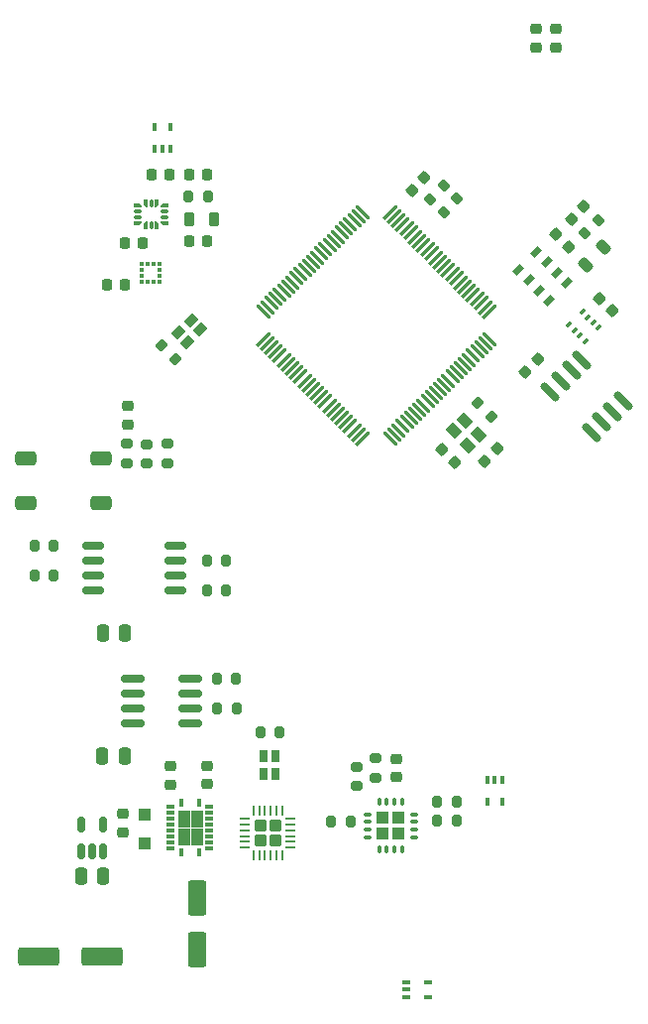
<source format=gbr>
%TF.GenerationSoftware,KiCad,Pcbnew,(6.0.9)*%
%TF.CreationDate,2022-10-31T13:49:50+01:00*%
%TF.ProjectId,marvin_fc_board,6d617276-696e-45f6-9663-5f626f617264,rev?*%
%TF.SameCoordinates,Original*%
%TF.FileFunction,Paste,Top*%
%TF.FilePolarity,Positive*%
%FSLAX46Y46*%
G04 Gerber Fmt 4.6, Leading zero omitted, Abs format (unit mm)*
G04 Created by KiCad (PCBNEW (6.0.9)) date 2022-10-31 13:49:50*
%MOMM*%
%LPD*%
G01*
G04 APERTURE LIST*
G04 Aperture macros list*
%AMRoundRect*
0 Rectangle with rounded corners*
0 $1 Rounding radius*
0 $2 $3 $4 $5 $6 $7 $8 $9 X,Y pos of 4 corners*
0 Add a 4 corners polygon primitive as box body*
4,1,4,$2,$3,$4,$5,$6,$7,$8,$9,$2,$3,0*
0 Add four circle primitives for the rounded corners*
1,1,$1+$1,$2,$3*
1,1,$1+$1,$4,$5*
1,1,$1+$1,$6,$7*
1,1,$1+$1,$8,$9*
0 Add four rect primitives between the rounded corners*
20,1,$1+$1,$2,$3,$4,$5,0*
20,1,$1+$1,$4,$5,$6,$7,0*
20,1,$1+$1,$6,$7,$8,$9,0*
20,1,$1+$1,$8,$9,$2,$3,0*%
%AMRotRect*
0 Rectangle, with rotation*
0 The origin of the aperture is its center*
0 $1 length*
0 $2 width*
0 $3 Rotation angle, in degrees counterclockwise*
0 Add horizontal line*
21,1,$1,$2,0,0,$3*%
%AMFreePoly0*
4,1,48,0.036020,0.199191,0.037970,0.199714,0.040958,0.198321,0.057086,0.195477,0.069630,0.184951,0.084467,0.178033,0.290533,-0.028033,0.293203,-0.031847,0.294953,-0.032857,0.296081,-0.035957,0.305473,-0.049370,0.306900,-0.065680,0.312500,-0.081066,0.312500,-0.125000,0.310782,-0.134742,0.311361,-0.138024,0.309695,-0.140910,0.307977,-0.150652,0.295451,-0.165579,0.285709,-0.182453,
0.279350,-0.184767,0.275000,-0.189952,0.255809,-0.193336,0.237500,-0.200000,-0.237500,-0.200000,-0.247242,-0.198282,-0.250524,-0.198861,-0.253410,-0.197195,-0.263152,-0.195477,-0.278079,-0.182951,-0.294953,-0.173209,-0.297267,-0.166850,-0.302452,-0.162500,-0.305836,-0.143309,-0.312500,-0.125000,-0.312500,0.125000,-0.310782,0.134742,-0.311361,0.138024,-0.309695,0.140910,-0.307977,0.150652,
-0.295451,0.165579,-0.285709,0.182453,-0.279350,0.184767,-0.275000,0.189952,-0.255809,0.193336,-0.237500,0.200000,0.031434,0.200000,0.036020,0.199191,0.036020,0.199191,$1*%
%AMFreePoly1*
4,1,48,0.247242,0.198282,0.250524,0.198861,0.253410,0.197195,0.263152,0.195477,0.278079,0.182951,0.294953,0.173209,0.297267,0.166850,0.302452,0.162500,0.305836,0.143309,0.312500,0.125000,0.312500,0.081066,0.311691,0.076480,0.312214,0.074529,0.310820,0.071540,0.307977,0.055414,0.297452,0.042871,0.290533,0.028033,0.084467,-0.178033,0.080653,-0.180703,0.079643,-0.182453,
0.076543,-0.183581,0.063130,-0.192973,0.046819,-0.194400,0.031434,-0.200000,-0.237500,-0.200000,-0.247242,-0.198282,-0.250524,-0.198861,-0.253410,-0.197195,-0.263152,-0.195477,-0.278079,-0.182951,-0.294953,-0.173209,-0.297267,-0.166850,-0.302452,-0.162500,-0.305836,-0.143309,-0.312500,-0.125000,-0.312500,0.125000,-0.310782,0.134742,-0.311361,0.138024,-0.309695,0.140910,-0.307977,0.150652,
-0.295451,0.165579,-0.285709,0.182453,-0.279350,0.184767,-0.275000,0.189952,-0.255809,0.193336,-0.237500,0.200000,0.237500,0.200000,0.247242,0.198282,0.247242,0.198282,$1*%
%AMFreePoly2*
4,1,48,0.134742,0.310782,0.138024,0.311361,0.140910,0.309695,0.150652,0.307977,0.165579,0.295451,0.182453,0.285709,0.184767,0.279350,0.189952,0.275000,0.193336,0.255809,0.200000,0.237500,0.200000,-0.237500,0.198282,-0.247242,0.198861,-0.250524,0.197195,-0.253410,0.195477,-0.263152,0.182951,-0.278079,0.173209,-0.294953,0.166850,-0.297267,0.162500,-0.302452,0.143309,-0.305836,
0.125000,-0.312500,-0.125000,-0.312500,-0.134742,-0.310782,-0.138024,-0.311361,-0.140910,-0.309695,-0.150652,-0.307977,-0.165579,-0.295451,-0.182453,-0.285709,-0.184767,-0.279350,-0.189952,-0.275000,-0.193336,-0.255809,-0.200000,-0.237500,-0.200000,0.031434,-0.199191,0.036020,-0.199714,0.037970,-0.198321,0.040958,-0.195477,0.057086,-0.184951,0.069630,-0.178033,0.084467,0.028033,0.290533,
0.031847,0.293203,0.032857,0.294953,0.035957,0.296081,0.049370,0.305473,0.065680,0.306900,0.081066,0.312500,0.125000,0.312500,0.134742,0.310782,0.134742,0.310782,$1*%
%AMFreePoly3*
4,1,48,-0.076480,0.311691,-0.074530,0.312214,-0.071542,0.310821,-0.055414,0.307977,-0.042870,0.297451,-0.028033,0.290533,0.178033,0.084467,0.180703,0.080653,0.182453,0.079643,0.183581,0.076543,0.192973,0.063130,0.194400,0.046820,0.200000,0.031434,0.200000,-0.237500,0.198282,-0.247242,0.198861,-0.250524,0.197195,-0.253410,0.195477,-0.263152,0.182951,-0.278079,0.173209,-0.294953,
0.166850,-0.297267,0.162500,-0.302452,0.143309,-0.305836,0.125000,-0.312500,-0.125000,-0.312500,-0.134742,-0.310782,-0.138024,-0.311361,-0.140910,-0.309695,-0.150652,-0.307977,-0.165579,-0.295451,-0.182453,-0.285709,-0.184767,-0.279350,-0.189952,-0.275000,-0.193336,-0.255809,-0.200000,-0.237500,-0.200000,0.237500,-0.198282,0.247242,-0.198861,0.250524,-0.197195,0.253410,-0.195477,0.263152,
-0.182951,0.278079,-0.173209,0.294953,-0.166850,0.297267,-0.162500,0.302452,-0.143309,0.305836,-0.125000,0.312500,-0.081066,0.312500,-0.076480,0.311691,-0.076480,0.311691,$1*%
%AMFreePoly4*
4,1,48,0.247242,0.198282,0.250524,0.198861,0.253410,0.197195,0.263152,0.195477,0.278079,0.182951,0.294953,0.173209,0.297267,0.166850,0.302452,0.162500,0.305836,0.143309,0.312500,0.125000,0.312500,-0.125000,0.310782,-0.134742,0.311361,-0.138024,0.309695,-0.140910,0.307977,-0.150652,0.295451,-0.165579,0.285709,-0.182453,0.279350,-0.184767,0.275000,-0.189952,0.255809,-0.193336,
0.237500,-0.200000,-0.031434,-0.200000,-0.036020,-0.199191,-0.037971,-0.199714,-0.040960,-0.198320,-0.057086,-0.195477,-0.069629,-0.184952,-0.084467,-0.178033,-0.290533,0.028033,-0.293203,0.031847,-0.294953,0.032857,-0.296081,0.035957,-0.305473,0.049370,-0.306900,0.065681,-0.312500,0.081066,-0.312500,0.125000,-0.310782,0.134742,-0.311361,0.138024,-0.309695,0.140910,-0.307977,0.150652,
-0.295451,0.165579,-0.285709,0.182453,-0.279350,0.184767,-0.275000,0.189952,-0.255809,0.193336,-0.237500,0.200000,0.237500,0.200000,0.247242,0.198282,0.247242,0.198282,$1*%
%AMFreePoly5*
4,1,48,0.247242,0.198282,0.250524,0.198861,0.253410,0.197195,0.263152,0.195477,0.278079,0.182951,0.294953,0.173209,0.297267,0.166850,0.302452,0.162500,0.305836,0.143309,0.312500,0.125000,0.312500,-0.125000,0.310782,-0.134742,0.311361,-0.138024,0.309695,-0.140910,0.307977,-0.150652,0.295451,-0.165579,0.285709,-0.182453,0.279350,-0.184767,0.275000,-0.189952,0.255809,-0.193336,
0.237500,-0.200000,-0.237500,-0.200000,-0.247242,-0.198282,-0.250524,-0.198861,-0.253410,-0.197195,-0.263152,-0.195477,-0.278079,-0.182951,-0.294953,-0.173209,-0.297267,-0.166850,-0.302452,-0.162500,-0.305836,-0.143309,-0.312500,-0.125000,-0.312500,-0.081066,-0.311691,-0.076480,-0.312214,-0.074530,-0.310821,-0.071542,-0.307977,-0.055414,-0.297451,-0.042870,-0.290533,-0.028033,-0.084467,0.178033,
-0.080653,0.180703,-0.079643,0.182453,-0.076543,0.183581,-0.063130,0.192973,-0.046820,0.194400,-0.031434,0.200000,0.237500,0.200000,0.247242,0.198282,0.247242,0.198282,$1*%
%AMFreePoly6*
4,1,48,0.134742,0.310782,0.138024,0.311361,0.140910,0.309695,0.150652,0.307977,0.165579,0.295451,0.182453,0.285709,0.184767,0.279350,0.189952,0.275000,0.193336,0.255809,0.200000,0.237500,0.200000,-0.031434,0.199191,-0.036020,0.199714,-0.037971,0.198320,-0.040960,0.195477,-0.057086,0.184952,-0.069629,0.178033,-0.084467,-0.028033,-0.290533,-0.031847,-0.293203,-0.032857,-0.294953,
-0.035957,-0.296081,-0.049370,-0.305473,-0.065681,-0.306900,-0.081066,-0.312500,-0.125000,-0.312500,-0.134742,-0.310782,-0.138024,-0.311361,-0.140910,-0.309695,-0.150652,-0.307977,-0.165579,-0.295451,-0.182453,-0.285709,-0.184767,-0.279350,-0.189952,-0.275000,-0.193336,-0.255809,-0.200000,-0.237500,-0.200000,0.237500,-0.198282,0.247242,-0.198861,0.250524,-0.197195,0.253410,-0.195477,0.263152,
-0.182951,0.278079,-0.173209,0.294953,-0.166850,0.297267,-0.162500,0.302452,-0.143309,0.305836,-0.125000,0.312500,0.125000,0.312500,0.134742,0.310782,0.134742,0.310782,$1*%
%AMFreePoly7*
4,1,48,0.134742,0.310782,0.138024,0.311361,0.140910,0.309695,0.150652,0.307977,0.165579,0.295451,0.182453,0.285709,0.184767,0.279350,0.189952,0.275000,0.193336,0.255809,0.200000,0.237500,0.200000,-0.237500,0.198282,-0.247242,0.198861,-0.250524,0.197195,-0.253410,0.195477,-0.263152,0.182951,-0.278079,0.173209,-0.294953,0.166850,-0.297267,0.162500,-0.302452,0.143309,-0.305836,
0.125000,-0.312500,0.081066,-0.312500,0.076480,-0.311691,0.074529,-0.312214,0.071540,-0.310820,0.055414,-0.307977,0.042871,-0.297452,0.028033,-0.290533,-0.178033,-0.084467,-0.180703,-0.080653,-0.182453,-0.079643,-0.183581,-0.076543,-0.192973,-0.063130,-0.194400,-0.046819,-0.200000,-0.031434,-0.200000,0.237500,-0.198282,0.247242,-0.198861,0.250524,-0.197195,0.253410,-0.195477,0.263152,
-0.182951,0.278079,-0.173209,0.294953,-0.166850,0.297267,-0.162500,0.302452,-0.143309,0.305836,-0.125000,0.312500,0.125000,0.312500,0.134742,0.310782,0.134742,0.310782,$1*%
G04 Aperture macros list end*
%ADD10C,0.010000*%
%ADD11RoundRect,0.225000X-0.250000X0.225000X-0.250000X-0.225000X0.250000X-0.225000X0.250000X0.225000X0*%
%ADD12RoundRect,0.300000X-0.600000X-0.300000X0.600000X-0.300000X0.600000X0.300000X-0.600000X0.300000X0*%
%ADD13RoundRect,0.300450X-0.600149X-0.300449X0.600149X-0.300449X0.600149X0.300449X-0.600149X0.300449X0*%
%ADD14RoundRect,0.225000X-0.335876X-0.017678X-0.017678X-0.335876X0.335876X0.017678X0.017678X0.335876X0*%
%ADD15RoundRect,0.225000X0.335876X0.017678X0.017678X0.335876X-0.335876X-0.017678X-0.017678X-0.335876X0*%
%ADD16RoundRect,0.200000X-0.053033X0.335876X-0.335876X0.053033X0.053033X-0.335876X0.335876X-0.053033X0*%
%ADD17RoundRect,0.225000X0.017678X-0.335876X0.335876X-0.017678X-0.017678X0.335876X-0.335876X0.017678X0*%
%ADD18R,1.090000X1.090000*%
%ADD19O,0.350000X0.800000*%
%ADD20O,0.800000X0.350000*%
%ADD21RoundRect,0.200000X0.200000X0.275000X-0.200000X0.275000X-0.200000X-0.275000X0.200000X-0.275000X0*%
%ADD22RoundRect,0.200000X-0.275000X0.200000X-0.275000X-0.200000X0.275000X-0.200000X0.275000X0.200000X0*%
%ADD23RoundRect,0.218750X-0.256250X0.218750X-0.256250X-0.218750X0.256250X-0.218750X0.256250X0.218750X0*%
%ADD24RoundRect,0.200000X-0.200000X-0.275000X0.200000X-0.275000X0.200000X0.275000X-0.200000X0.275000X0*%
%ADD25R,0.400000X0.650000*%
%ADD26RoundRect,0.225000X0.250000X-0.225000X0.250000X0.225000X-0.250000X0.225000X-0.250000X-0.225000X0*%
%ADD27RoundRect,0.218750X0.218750X0.381250X-0.218750X0.381250X-0.218750X-0.381250X0.218750X-0.381250X0*%
%ADD28RoundRect,0.150000X-0.800000X-0.150000X0.800000X-0.150000X0.800000X0.150000X-0.800000X0.150000X0*%
%ADD29RoundRect,0.250000X-0.550000X1.250000X-0.550000X-1.250000X0.550000X-1.250000X0.550000X1.250000X0*%
%ADD30RoundRect,0.150000X-0.689429X0.477297X0.477297X-0.689429X0.689429X-0.477297X-0.477297X0.689429X0*%
%ADD31RoundRect,0.225000X-0.225000X-0.250000X0.225000X-0.250000X0.225000X0.250000X-0.225000X0.250000X0*%
%ADD32RoundRect,0.002400X-0.117600X-0.297600X0.117600X-0.297600X0.117600X0.297600X-0.117600X0.297600X0*%
%ADD33RoundRect,0.002400X-0.297600X-0.117600X0.297600X-0.117600X0.297600X0.117600X-0.297600X0.117600X0*%
%ADD34RotRect,1.100000X0.900000X315.000000*%
%ADD35R,0.375000X0.350000*%
%ADD36R,0.350000X0.375000*%
%ADD37RotRect,0.500000X0.350000X225.000000*%
%ADD38RotRect,1.000000X0.800000X45.000000*%
%ADD39RoundRect,0.200000X0.335876X0.053033X0.053033X0.335876X-0.335876X-0.053033X-0.053033X-0.335876X0*%
%ADD40RoundRect,0.250000X-0.250000X-0.475000X0.250000X-0.475000X0.250000X0.475000X-0.250000X0.475000X0*%
%ADD41RoundRect,0.150000X0.150000X-0.512500X0.150000X0.512500X-0.150000X0.512500X-0.150000X-0.512500X0*%
%ADD42R,1.000000X1.000000*%
%ADD43FreePoly0,0.000000*%
%ADD44RoundRect,0.100000X-0.212500X-0.100000X0.212500X-0.100000X0.212500X0.100000X-0.212500X0.100000X0*%
%ADD45FreePoly1,0.000000*%
%ADD46FreePoly2,0.000000*%
%ADD47RoundRect,0.100000X-0.100000X-0.212500X0.100000X-0.212500X0.100000X0.212500X-0.100000X0.212500X0*%
%ADD48FreePoly3,0.000000*%
%ADD49FreePoly4,0.000000*%
%ADD50FreePoly5,0.000000*%
%ADD51FreePoly6,0.000000*%
%ADD52FreePoly7,0.000000*%
%ADD53RoundRect,0.218750X-0.114905X0.424264X-0.424264X0.114905X0.114905X-0.424264X0.424264X-0.114905X0*%
%ADD54RoundRect,0.200000X0.053033X-0.335876X0.335876X-0.053033X-0.053033X0.335876X-0.335876X0.053033X0*%
%ADD55RoundRect,0.250000X1.500000X0.550000X-1.500000X0.550000X-1.500000X-0.550000X1.500000X-0.550000X0*%
%ADD56RoundRect,0.225000X-0.017678X0.335876X-0.335876X0.017678X0.017678X-0.335876X0.335876X-0.017678X0*%
%ADD57RoundRect,0.225000X0.225000X0.250000X-0.225000X0.250000X-0.225000X-0.250000X0.225000X-0.250000X0*%
%ADD58R,0.800000X1.000000*%
%ADD59RoundRect,0.075000X0.565685X-0.459619X-0.459619X0.565685X-0.565685X0.459619X0.459619X-0.565685X0*%
%ADD60RoundRect,0.075000X0.565685X0.459619X0.459619X0.565685X-0.565685X-0.459619X-0.459619X-0.565685X0*%
%ADD61RoundRect,0.250000X-0.275000X-0.275000X0.275000X-0.275000X0.275000X0.275000X-0.275000X0.275000X0*%
%ADD62RoundRect,0.062500X-0.350000X-0.062500X0.350000X-0.062500X0.350000X0.062500X-0.350000X0.062500X0*%
%ADD63RoundRect,0.062500X-0.062500X-0.350000X0.062500X-0.350000X0.062500X0.350000X-0.062500X0.350000X0*%
%ADD64RotRect,0.950000X0.550000X225.000000*%
%ADD65RoundRect,0.150000X0.825000X0.150000X-0.825000X0.150000X-0.825000X-0.150000X0.825000X-0.150000X0*%
%ADD66R,0.650000X0.400000*%
G04 APERTURE END LIST*
%TO.C,U10*%
G36*
X110773400Y-131491500D02*
G01*
X109853400Y-131491500D01*
X109853400Y-130161500D01*
X110773400Y-130161500D01*
X110773400Y-131491500D01*
G37*
D10*
X110773400Y-131491500D02*
X109853400Y-131491500D01*
X109853400Y-130161500D01*
X110773400Y-130161500D01*
X110773400Y-131491500D01*
G36*
X109653400Y-129951500D02*
G01*
X108733400Y-129951500D01*
X108733400Y-128621500D01*
X109653400Y-128621500D01*
X109653400Y-129951500D01*
G37*
X109653400Y-129951500D02*
X108733400Y-129951500D01*
X108733400Y-128621500D01*
X109653400Y-128621500D01*
X109653400Y-129951500D01*
G36*
X109653400Y-131491500D02*
G01*
X108733400Y-131491500D01*
X108733400Y-130161500D01*
X109653400Y-130161500D01*
X109653400Y-131491500D01*
G37*
X109653400Y-131491500D02*
X108733400Y-131491500D01*
X108733400Y-130161500D01*
X109653400Y-130161500D01*
X109653400Y-131491500D01*
G36*
X110773400Y-129951500D02*
G01*
X109853400Y-129951500D01*
X109853400Y-128621500D01*
X110773400Y-128621500D01*
X110773400Y-129951500D01*
G37*
X110773400Y-129951500D02*
X109853400Y-129951500D01*
X109853400Y-128621500D01*
X110773400Y-128621500D01*
X110773400Y-129951500D01*
%TD*%
D11*
%TO.C,C17*%
X104013000Y-128892000D03*
X104013000Y-130442000D03*
%TD*%
D12*
%TO.C,SW1*%
X102140000Y-98600000D03*
X95740000Y-102400000D03*
D13*
X95740000Y-98600000D03*
D12*
X102140000Y-102400000D03*
%TD*%
D14*
%TO.C,C13*%
X144753862Y-84890506D03*
X145849878Y-85986522D03*
%TD*%
D15*
%TO.C,C1*%
X132399408Y-98871408D03*
X131303392Y-97775392D03*
%TD*%
D16*
%TO.C,R38*%
X132587163Y-76378637D03*
X131420437Y-77545363D03*
%TD*%
D17*
%TO.C,C2*%
X134910192Y-98795208D03*
X136006208Y-97699192D03*
%TD*%
D18*
%TO.C,U8*%
X127573400Y-129220600D03*
X127573400Y-130570600D03*
X126223400Y-130570600D03*
X126223400Y-129220600D03*
D19*
X127873400Y-127895600D03*
X127223400Y-127895600D03*
X126573400Y-127895600D03*
X125923400Y-127895600D03*
D20*
X124898400Y-128920600D03*
X124898400Y-129570600D03*
X124898400Y-130220600D03*
X124898400Y-130870600D03*
D19*
X125923400Y-131895600D03*
X126573400Y-131895600D03*
X127223400Y-131895600D03*
X127873400Y-131895600D03*
D20*
X128898400Y-130870600D03*
X128898400Y-130220600D03*
X128898400Y-129570600D03*
X128898400Y-128920600D03*
%TD*%
D21*
%TO.C,R24*%
X132549400Y-129489200D03*
X130899400Y-129489200D03*
%TD*%
D22*
%TO.C,R28*%
X124002800Y-124854200D03*
X124002800Y-126504200D03*
%TD*%
D16*
%TO.C,R37*%
X131470400Y-75260200D03*
X130303674Y-76426926D03*
%TD*%
D23*
%TO.C,F1*%
X141000000Y-61912500D03*
X141000000Y-63487500D03*
%TD*%
D24*
%TO.C,R44*%
X111174800Y-107296600D03*
X112824800Y-107296600D03*
%TD*%
D25*
%TO.C,U18*%
X106741200Y-72146200D03*
X107391200Y-72146200D03*
X108041200Y-72146200D03*
X108041200Y-70246200D03*
X106741200Y-70246200D03*
%TD*%
D26*
%TO.C,C22*%
X127355600Y-125743000D03*
X127355600Y-124193000D03*
%TD*%
D27*
%TO.C,FB1*%
X111785000Y-78120000D03*
X109660000Y-78120000D03*
%TD*%
D24*
%TO.C,R40*%
X96442800Y-108566600D03*
X98092800Y-108566600D03*
%TD*%
D15*
%TO.C,C32*%
X142109878Y-80546522D03*
X141013862Y-79450506D03*
%TD*%
D28*
%TO.C,U13*%
X101514800Y-106026600D03*
X101514800Y-107296600D03*
X101514800Y-108566600D03*
X101514800Y-109836600D03*
X108514800Y-109836600D03*
X108514800Y-108566600D03*
X108514800Y-107296600D03*
X108514800Y-106026600D03*
%TD*%
D22*
%TO.C,R7*%
X107790000Y-97335000D03*
X107790000Y-98985000D03*
%TD*%
D29*
%TO.C,C19*%
X110363000Y-136103000D03*
X110363000Y-140503000D03*
%TD*%
D30*
%TO.C,U11*%
X143233949Y-90171672D03*
X142335924Y-91069698D03*
X141437898Y-91967724D03*
X140539872Y-92865749D03*
X144040051Y-96365928D03*
X144938076Y-95467902D03*
X145836102Y-94569876D03*
X146734128Y-93671851D03*
%TD*%
D22*
%TO.C,R26*%
X125571000Y-124155200D03*
X125571000Y-125805200D03*
%TD*%
D31*
%TO.C,C11*%
X106465000Y-74370000D03*
X108015000Y-74370000D03*
%TD*%
D32*
%TO.C,U10*%
X109003400Y-127906500D03*
D33*
X108103400Y-128306500D03*
X108103400Y-128806500D03*
X108103400Y-129306500D03*
X108103400Y-129806500D03*
X108103400Y-130306500D03*
X108103400Y-130806500D03*
X108103400Y-131306500D03*
X108103400Y-131806500D03*
D32*
X109003400Y-132206500D03*
X110503400Y-132206500D03*
D33*
X111403400Y-131806500D03*
X111403400Y-131306500D03*
X111403400Y-130806500D03*
X111403400Y-130306500D03*
X111403400Y-129806500D03*
X111403400Y-129306500D03*
X111403400Y-128806500D03*
X111403400Y-128306500D03*
D32*
X110503400Y-127906500D03*
%TD*%
D34*
%TO.C,Y1*%
X132289340Y-96226179D03*
X133491421Y-97428260D03*
X134410660Y-96509021D03*
X133208579Y-95306940D03*
%TD*%
D22*
%TO.C,R8*%
X106030000Y-97345000D03*
X106030000Y-98995000D03*
%TD*%
D24*
%TO.C,R32*%
X115750400Y-121905600D03*
X117400400Y-121905600D03*
%TD*%
D35*
%TO.C,U4*%
X105638100Y-82003200D03*
X105638100Y-82503200D03*
X105638100Y-83003200D03*
X105638100Y-83503200D03*
D36*
X106150600Y-83515700D03*
X106650600Y-83515700D03*
D35*
X107163100Y-83503200D03*
X107163100Y-83003200D03*
X107163100Y-82503200D03*
X107163100Y-82003200D03*
D36*
X106650600Y-81990700D03*
X106150600Y-81990700D03*
%TD*%
D21*
%TO.C,R22*%
X123481600Y-129565400D03*
X121831600Y-129565400D03*
%TD*%
D37*
%TO.C,U2*%
X143525614Y-88553629D03*
X143065994Y-88094009D03*
X142606375Y-87634390D03*
X142146755Y-87174770D03*
X143278126Y-86043399D03*
X143737746Y-86503019D03*
X144197365Y-86962638D03*
X144656985Y-87422258D03*
%TD*%
D38*
%TO.C,D1*%
X108760761Y-87841421D03*
X109821421Y-86780761D03*
X110599239Y-87558579D03*
X109538579Y-88619239D03*
%TD*%
D25*
%TO.C,U17*%
X136450000Y-125975000D03*
X135800000Y-125975000D03*
X135150000Y-125975000D03*
X135150000Y-127875000D03*
X136450000Y-127875000D03*
%TD*%
D39*
%TO.C,R5*%
X108483363Y-90083363D03*
X107316637Y-88916637D03*
%TD*%
D40*
%TO.C,C38*%
X102314800Y-113481600D03*
X104214800Y-113481600D03*
%TD*%
D41*
%TO.C,U6*%
X100457000Y-132115500D03*
X101407000Y-132115500D03*
X102357000Y-132115500D03*
X102357000Y-129840500D03*
X100457000Y-129840500D03*
%TD*%
D42*
%TO.C,D2*%
X105918000Y-131425000D03*
X105918000Y-128925000D03*
%TD*%
D31*
%TO.C,C10*%
X102675000Y-83750000D03*
X104225000Y-83750000D03*
%TD*%
D23*
%TO.C,F2*%
X139300000Y-61912500D03*
X139300000Y-63487500D03*
%TD*%
D21*
%TO.C,R25*%
X132549400Y-127863600D03*
X130899400Y-127863600D03*
%TD*%
D40*
%TO.C,C39*%
X102275000Y-123925000D03*
X104175000Y-123925000D03*
%TD*%
D24*
%TO.C,R42*%
X112103400Y-119938800D03*
X113753400Y-119938800D03*
%TD*%
D43*
%TO.C,U3*%
X105277500Y-76990000D03*
D44*
X105277500Y-77490000D03*
X105277500Y-77990000D03*
D45*
X105277500Y-78490000D03*
D46*
X105940000Y-78652500D03*
D47*
X106440000Y-78652500D03*
D48*
X106940000Y-78652500D03*
D49*
X107602500Y-78490000D03*
D44*
X107602500Y-77990000D03*
X107602500Y-77490000D03*
D50*
X107602500Y-76990000D03*
D51*
X106940000Y-76827500D03*
D47*
X106440000Y-76827500D03*
D52*
X105940000Y-76827500D03*
%TD*%
D53*
%TO.C,FB2*%
X145043171Y-80527212D03*
X143540569Y-82029814D03*
%TD*%
D54*
%TO.C,R36*%
X143498506Y-79371878D03*
X144665232Y-78205152D03*
%TD*%
D55*
%TO.C,C18*%
X102217200Y-141071600D03*
X96817200Y-141071600D03*
%TD*%
D31*
%TO.C,C30*%
X109705000Y-79990000D03*
X111255000Y-79990000D03*
%TD*%
D56*
%TO.C,C5*%
X129798008Y-74601992D03*
X128701992Y-75698008D03*
%TD*%
D24*
%TO.C,R43*%
X96442800Y-106026600D03*
X98092800Y-106026600D03*
%TD*%
%TO.C,R41*%
X111174800Y-109836600D03*
X112824800Y-109836600D03*
%TD*%
D57*
%TO.C,C12*%
X105725000Y-80200000D03*
X104175000Y-80200000D03*
%TD*%
%TO.C,C31*%
X111225000Y-74390000D03*
X109675000Y-74390000D03*
%TD*%
D40*
%TO.C,C28*%
X100457000Y-134239000D03*
X102357000Y-134239000D03*
%TD*%
D26*
%TO.C,C29*%
X108102400Y-126378000D03*
X108102400Y-124828000D03*
%TD*%
%TO.C,C9*%
X104414800Y-95656600D03*
X104414800Y-94106600D03*
%TD*%
D24*
%TO.C,R39*%
X112052600Y-117398800D03*
X113702600Y-117398800D03*
%TD*%
%TO.C,R33*%
X109645000Y-76200000D03*
X111295000Y-76200000D03*
%TD*%
D39*
%TO.C,R2*%
X135533563Y-95020563D03*
X134366837Y-93853837D03*
%TD*%
D58*
%TO.C,D7*%
X117100000Y-123975000D03*
X117100000Y-125475000D03*
X116000000Y-125475000D03*
X116000000Y-123975000D03*
%TD*%
D59*
%TO.C,U1*%
X126874404Y-96869685D03*
X127227957Y-96516132D03*
X127581511Y-96162578D03*
X127935064Y-95809025D03*
X128288617Y-95455472D03*
X128642171Y-95101918D03*
X128995724Y-94748365D03*
X129349278Y-94394811D03*
X129702831Y-94041258D03*
X130056384Y-93687705D03*
X130409938Y-93334151D03*
X130763491Y-92980598D03*
X131117045Y-92627045D03*
X131470598Y-92273491D03*
X131824151Y-91919938D03*
X132177705Y-91566384D03*
X132531258Y-91212831D03*
X132884811Y-90859278D03*
X133238365Y-90505724D03*
X133591918Y-90152171D03*
X133945472Y-89798617D03*
X134299025Y-89445064D03*
X134652578Y-89091511D03*
X135006132Y-88737957D03*
X135359685Y-88384404D03*
D60*
X135359685Y-86015596D03*
X135006132Y-85662043D03*
X134652578Y-85308489D03*
X134299025Y-84954936D03*
X133945472Y-84601383D03*
X133591918Y-84247829D03*
X133238365Y-83894276D03*
X132884811Y-83540722D03*
X132531258Y-83187169D03*
X132177705Y-82833616D03*
X131824151Y-82480062D03*
X131470598Y-82126509D03*
X131117045Y-81772955D03*
X130763491Y-81419402D03*
X130409938Y-81065849D03*
X130056384Y-80712295D03*
X129702831Y-80358742D03*
X129349278Y-80005189D03*
X128995724Y-79651635D03*
X128642171Y-79298082D03*
X128288617Y-78944528D03*
X127935064Y-78590975D03*
X127581511Y-78237422D03*
X127227957Y-77883868D03*
X126874404Y-77530315D03*
D59*
X124505596Y-77530315D03*
X124152043Y-77883868D03*
X123798489Y-78237422D03*
X123444936Y-78590975D03*
X123091383Y-78944528D03*
X122737829Y-79298082D03*
X122384276Y-79651635D03*
X122030722Y-80005189D03*
X121677169Y-80358742D03*
X121323616Y-80712295D03*
X120970062Y-81065849D03*
X120616509Y-81419402D03*
X120262955Y-81772955D03*
X119909402Y-82126509D03*
X119555849Y-82480062D03*
X119202295Y-82833616D03*
X118848742Y-83187169D03*
X118495189Y-83540722D03*
X118141635Y-83894276D03*
X117788082Y-84247829D03*
X117434528Y-84601383D03*
X117080975Y-84954936D03*
X116727422Y-85308489D03*
X116373868Y-85662043D03*
X116020315Y-86015596D03*
D60*
X116020315Y-88384404D03*
X116373868Y-88737957D03*
X116727422Y-89091511D03*
X117080975Y-89445064D03*
X117434528Y-89798617D03*
X117788082Y-90152171D03*
X118141635Y-90505724D03*
X118495189Y-90859278D03*
X118848742Y-91212831D03*
X119202295Y-91566384D03*
X119555849Y-91919938D03*
X119909402Y-92273491D03*
X120262955Y-92627045D03*
X120616509Y-92980598D03*
X120970062Y-93334151D03*
X121323616Y-93687705D03*
X121677169Y-94041258D03*
X122030722Y-94394811D03*
X122384276Y-94748365D03*
X122737829Y-95101918D03*
X123091383Y-95455472D03*
X123444936Y-95809025D03*
X123798489Y-96162578D03*
X124152043Y-96516132D03*
X124505596Y-96869685D03*
%TD*%
D56*
%TO.C,C35*%
X139455008Y-90110792D03*
X138358992Y-91206808D03*
%TD*%
D61*
%TO.C,U9*%
X117062200Y-131180600D03*
X115762200Y-131180600D03*
X115762200Y-129880600D03*
X117062200Y-129880600D03*
D62*
X114474700Y-129280600D03*
X114474700Y-129780600D03*
X114474700Y-130280600D03*
X114474700Y-130780600D03*
X114474700Y-131280600D03*
X114474700Y-131780600D03*
D63*
X115162200Y-132468100D03*
X115662200Y-132468100D03*
X116162200Y-132468100D03*
X116662200Y-132468100D03*
X117162200Y-132468100D03*
X117662200Y-132468100D03*
D62*
X118349700Y-131780600D03*
X118349700Y-131280600D03*
X118349700Y-130780600D03*
X118349700Y-130280600D03*
X118349700Y-129780600D03*
X118349700Y-129280600D03*
D63*
X117662200Y-128593100D03*
X117162200Y-128593100D03*
X116662200Y-128593100D03*
X116162200Y-128593100D03*
X115662200Y-128593100D03*
X115162200Y-128593100D03*
%TD*%
D64*
%TO.C,U5*%
X141987835Y-83584199D03*
X141103952Y-82700316D03*
X140220068Y-81816432D03*
X139336185Y-80932549D03*
X137815905Y-82452829D03*
X138699788Y-83336712D03*
X139583672Y-84220596D03*
X140467555Y-85104479D03*
%TD*%
D65*
%TO.C,Q4*%
X109787444Y-121204136D03*
X109787444Y-119934136D03*
X109787444Y-118664136D03*
X109787444Y-117394136D03*
X104837444Y-117394136D03*
X104837444Y-118664136D03*
X104837444Y-119934136D03*
X104837444Y-121204136D03*
%TD*%
D22*
%TO.C,R6*%
X104330000Y-97320000D03*
X104330000Y-98970000D03*
%TD*%
D66*
%TO.C,U16*%
X128234400Y-143241000D03*
X128234400Y-143891000D03*
X128234400Y-144541000D03*
X130134400Y-144541000D03*
X130134400Y-143241000D03*
%TD*%
D26*
%TO.C,C27*%
X111226600Y-126327200D03*
X111226600Y-124777200D03*
%TD*%
D56*
%TO.C,C33*%
X143429878Y-77060506D03*
X142333862Y-78156522D03*
%TD*%
M02*

</source>
